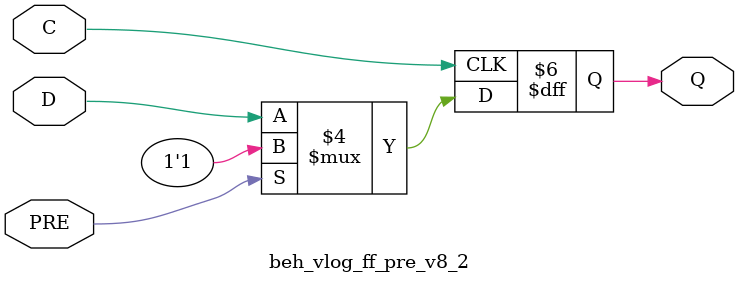
<source format=v>
module beh_vlog_ff_pre_v8_2 (Q, C, D, PRE);
  parameter INIT = 0;
localparam FLOP_DELAY = 100;
    output Q;
    input  C, D, PRE;
    reg Q;
    initial Q= 1'b0;
    always @(posedge C )
      if (PRE)
           Q <= 1'b1;
      else
	   Q <= #FLOP_DELAY D;
endmodule
</source>
